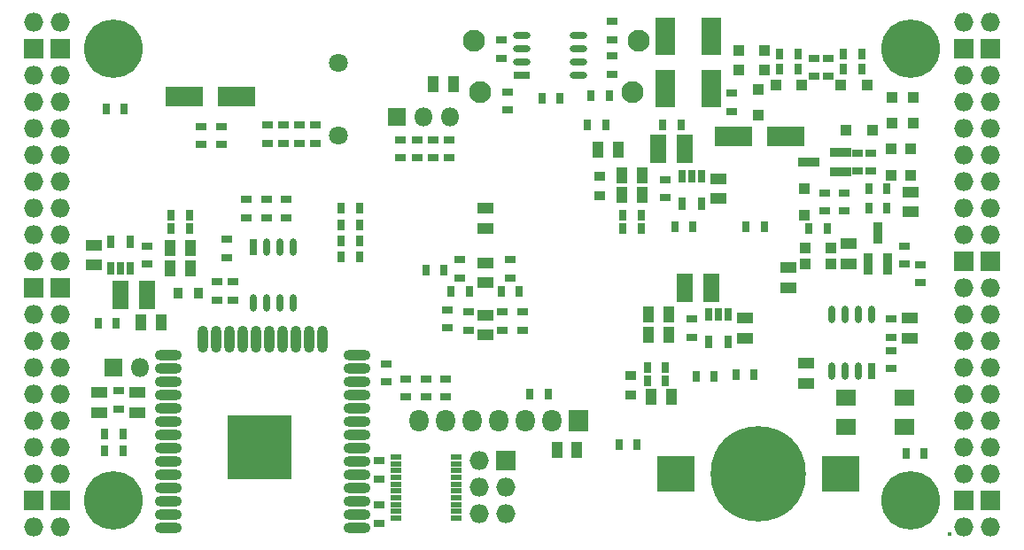
<source format=gbs>
G04 #@! TF.GenerationSoftware,KiCad,Pcbnew,5.0.0-rc2-dev-unknown+dfsg1+20180318-2*
G04 #@! TF.CreationDate,2018-06-03T18:47:03+02:00*
G04 #@! TF.ProjectId,ulx3s,756C7833732E6B696361645F70636200,rev?*
G04 #@! TF.SameCoordinates,Original*
G04 #@! TF.FileFunction,Soldermask,Bot*
G04 #@! TF.FilePolarity,Negative*
%FSLAX46Y46*%
G04 Gerber Fmt 4.6, Leading zero omitted, Abs format (unit mm)*
G04 Created by KiCad (PCBNEW 5.0.0-rc2-dev-unknown+dfsg1+20180318-2) date Sun Jun  3 18:47:03 2018*
%MOMM*%
%LPD*%
G01*
G04 APERTURE LIST*
%ADD10O,1.827200X1.827200*%
%ADD11R,1.827200X1.827200*%
%ADD12R,0.800000X1.300000*%
%ADD13C,5.600000*%
%ADD14R,1.100000X0.500000*%
%ADD15R,1.827200X2.132000*%
%ADD16O,1.827200X2.132000*%
%ADD17R,3.600000X3.400000*%
%ADD18C,9.100000*%
%ADD19C,1.800000*%
%ADD20R,0.700000X1.650000*%
%ADD21O,0.700000X1.650000*%
%ADD22O,2.600000X1.000000*%
%ADD23O,1.000000X2.600000*%
%ADD24R,6.100000X6.100000*%
%ADD25R,1.900000X1.500000*%
%ADD26R,1.070000X1.600000*%
%ADD27R,1.600000X1.070000*%
%ADD28R,0.770000X1.100000*%
%ADD29R,1.100000X0.770000*%
%ADD30C,2.100000*%
%ADD31R,1.100000X1.100000*%
%ADD32R,0.900000X2.000000*%
%ADD33R,2.000000X0.900000*%
%ADD34R,3.600000X1.900000*%
%ADD35R,1.900000X3.600000*%
%ADD36C,0.400000*%
%ADD37R,1.100000X0.945000*%
%ADD38R,0.945000X1.100000*%
%ADD39R,1.800000X1.800000*%
%ADD40O,1.800000X1.800000*%
%ADD41R,1.650000X0.700000*%
%ADD42O,1.650000X0.700000*%
%ADD43R,1.600000X2.800000*%
G04 APERTURE END LIST*
D10*
X97910000Y-62690000D03*
X95370000Y-62690000D03*
D11*
X97910000Y-65230000D03*
X95370000Y-65230000D03*
D10*
X97910000Y-67770000D03*
X95370000Y-67770000D03*
X97910000Y-70310000D03*
X95370000Y-70310000D03*
X97910000Y-72850000D03*
X95370000Y-72850000D03*
X97910000Y-75390000D03*
X95370000Y-75390000D03*
X97910000Y-77930000D03*
X95370000Y-77930000D03*
X97910000Y-80470000D03*
X95370000Y-80470000D03*
X97910000Y-83010000D03*
X95370000Y-83010000D03*
X97910000Y-85550000D03*
X95370000Y-85550000D03*
D11*
X97910000Y-88090000D03*
X95370000Y-88090000D03*
D10*
X97910000Y-90630000D03*
X95370000Y-90630000D03*
X97910000Y-93170000D03*
X95370000Y-93170000D03*
X97910000Y-95710000D03*
X95370000Y-95710000D03*
X97910000Y-98250000D03*
X95370000Y-98250000D03*
X97910000Y-100790000D03*
X95370000Y-100790000D03*
X97910000Y-103330000D03*
X95370000Y-103330000D03*
X97910000Y-105870000D03*
X95370000Y-105870000D03*
D11*
X97910000Y-108410000D03*
X95370000Y-108410000D03*
D10*
X97910000Y-110950000D03*
X95370000Y-110950000D03*
D12*
X159825000Y-90600000D03*
X160775000Y-90600000D03*
X161725000Y-90600000D03*
X161725000Y-93200000D03*
X159825000Y-93200000D03*
X104575000Y-86215000D03*
X103625000Y-86215000D03*
X102675000Y-86215000D03*
X102675000Y-83615000D03*
X104575000Y-83615000D03*
X157285000Y-77392000D03*
X158235000Y-77392000D03*
X159185000Y-77392000D03*
X159185000Y-79992000D03*
X157285000Y-79992000D03*
D10*
X184270000Y-110950000D03*
X186810000Y-110950000D03*
D11*
X184270000Y-108410000D03*
X186810000Y-108410000D03*
D10*
X184270000Y-105870000D03*
X186810000Y-105870000D03*
X184270000Y-103330000D03*
X186810000Y-103330000D03*
X184270000Y-100790000D03*
X186810000Y-100790000D03*
X184270000Y-98250000D03*
X186810000Y-98250000D03*
X184270000Y-95710000D03*
X186810000Y-95710000D03*
X184270000Y-93170000D03*
X186810000Y-93170000D03*
X184270000Y-90630000D03*
X186810000Y-90630000D03*
X184270000Y-88090000D03*
X186810000Y-88090000D03*
D11*
X184270000Y-85550000D03*
X186810000Y-85550000D03*
D10*
X184270000Y-83010000D03*
X186810000Y-83010000D03*
X184270000Y-80470000D03*
X186810000Y-80470000D03*
X184270000Y-77930000D03*
X186810000Y-77930000D03*
X184270000Y-75390000D03*
X186810000Y-75390000D03*
X184270000Y-72850000D03*
X186810000Y-72850000D03*
X184270000Y-70310000D03*
X186810000Y-70310000D03*
X184270000Y-67770000D03*
X186810000Y-67770000D03*
D11*
X184270000Y-65230000D03*
X186810000Y-65230000D03*
D10*
X184270000Y-62690000D03*
X186810000Y-62690000D03*
D13*
X102990000Y-108410000D03*
X179190000Y-108410000D03*
X179190000Y-65230000D03*
X102990000Y-65230000D03*
D14*
X135735000Y-104215000D03*
X135735000Y-104865000D03*
X135735000Y-105515000D03*
X135735000Y-106165000D03*
X135735000Y-106815000D03*
X135735000Y-107465000D03*
X135735000Y-108115000D03*
X135735000Y-108765000D03*
X135735000Y-109415000D03*
X135735000Y-110065000D03*
X129935000Y-110065000D03*
X129935000Y-109415000D03*
X129935000Y-108765000D03*
X129935000Y-108115000D03*
X129935000Y-107465000D03*
X129935000Y-106815000D03*
X129935000Y-106165000D03*
X129935000Y-105515000D03*
X129935000Y-104865000D03*
X129935000Y-104215000D03*
D11*
X140455000Y-104600000D03*
D10*
X137915000Y-104600000D03*
X140455000Y-107140000D03*
X137915000Y-107140000D03*
X140455000Y-109680000D03*
X137915000Y-109680000D03*
D15*
X147440000Y-100790000D03*
D16*
X144900000Y-100790000D03*
X142360000Y-100790000D03*
X139820000Y-100790000D03*
X137280000Y-100790000D03*
X134740000Y-100790000D03*
X132200000Y-100790000D03*
D17*
X172485000Y-105870000D03*
X156685000Y-105870000D03*
D18*
X164585000Y-105870000D03*
D19*
X124468000Y-66518000D03*
X124468000Y-73518000D03*
D20*
X175395000Y-96015000D03*
D21*
X174125000Y-96015000D03*
X172855000Y-96015000D03*
X171585000Y-96015000D03*
X171585000Y-90615000D03*
X172855000Y-90615000D03*
X174125000Y-90615000D03*
X175395000Y-90615000D03*
D20*
X116325000Y-84120000D03*
D21*
X117595000Y-84120000D03*
X118865000Y-84120000D03*
X120135000Y-84120000D03*
X120135000Y-89520000D03*
X118865000Y-89520000D03*
X117595000Y-89520000D03*
X116325000Y-89520000D03*
D22*
X126230000Y-111000000D03*
X126230000Y-109730000D03*
X126230000Y-108460000D03*
X126230000Y-107190000D03*
X126230000Y-105920000D03*
X126230000Y-104650000D03*
X126230000Y-103380000D03*
X126230000Y-102110000D03*
X126230000Y-100840000D03*
X126230000Y-99570000D03*
X126230000Y-98300000D03*
X126230000Y-97030000D03*
X126230000Y-95760000D03*
X126230000Y-94490000D03*
D23*
X122945000Y-93000000D03*
X121675000Y-93000000D03*
X120405000Y-93000000D03*
X119135000Y-93000000D03*
X117865000Y-93000000D03*
X116595000Y-93000000D03*
X115325000Y-93000000D03*
X114055000Y-93000000D03*
X112785000Y-93000000D03*
X111515000Y-93000000D03*
D22*
X108230000Y-94490000D03*
X108230000Y-95760000D03*
X108230000Y-97030000D03*
X108230000Y-98300000D03*
X108230000Y-99570000D03*
X108230000Y-100840000D03*
X108230000Y-102110000D03*
X108230000Y-103380000D03*
X108230000Y-104650000D03*
X108230000Y-105920000D03*
X108230000Y-107190000D03*
X108230000Y-108460000D03*
X108230000Y-109730000D03*
X108230000Y-111000000D03*
D24*
X116930000Y-103300000D03*
D25*
X178576000Y-98522000D03*
X172976000Y-98522000D03*
X172976000Y-101322000D03*
X178576000Y-101322000D03*
D26*
X133546000Y-68550000D03*
X135456000Y-68550000D03*
D27*
X101085000Y-83960000D03*
X101085000Y-85870000D03*
D28*
X153985000Y-96910000D03*
X155735000Y-96910000D03*
D26*
X156015000Y-90630000D03*
X154105000Y-90630000D03*
X154105000Y-92535000D03*
X156015000Y-92535000D03*
D27*
X163315000Y-90945000D03*
X163315000Y-92855000D03*
D28*
X151645000Y-82375000D03*
X153395000Y-82375000D03*
D26*
X153475000Y-79200000D03*
X151565000Y-79200000D03*
X153475000Y-77295000D03*
X151565000Y-77295000D03*
D27*
X160775000Y-79520000D03*
X160775000Y-77610000D03*
D28*
X108465000Y-81105000D03*
X110215000Y-81105000D03*
D26*
X108385000Y-84280000D03*
X110295000Y-84280000D03*
X110295000Y-86185000D03*
X108385000Y-86185000D03*
D27*
X173221000Y-83833000D03*
X173221000Y-85743000D03*
D29*
X175380000Y-76900000D03*
X175380000Y-75150000D03*
D27*
X105276000Y-99967000D03*
X105276000Y-98057000D03*
X167506000Y-88029000D03*
X167506000Y-86119000D03*
X138500000Y-90665000D03*
X138500000Y-92575000D03*
D29*
X150589600Y-64359000D03*
X150589600Y-62609000D03*
D27*
X138500000Y-82375000D03*
X138500000Y-80465000D03*
X138500000Y-87575000D03*
X138500000Y-85665000D03*
X101593000Y-99967000D03*
X101593000Y-98057000D03*
D26*
X154359000Y-98504000D03*
X156269000Y-98504000D03*
X105591000Y-91392000D03*
X107501000Y-91392000D03*
X151189000Y-74882000D03*
X149279000Y-74882000D03*
D29*
X140900000Y-87095000D03*
X140900000Y-85345000D03*
X136100000Y-87095000D03*
X136100000Y-85345000D03*
X136900000Y-92095000D03*
X136900000Y-90345000D03*
X140100000Y-90345000D03*
X140100000Y-92095000D03*
X142100000Y-92095000D03*
X142100000Y-90345000D03*
X134900000Y-90145000D03*
X134900000Y-91895000D03*
D28*
X135225000Y-88420000D03*
X136975000Y-88420000D03*
X140025000Y-88420000D03*
X141775000Y-88420000D03*
X163425000Y-82220000D03*
X165175000Y-82220000D03*
X158375000Y-82220000D03*
X156625000Y-82220000D03*
D29*
X177300000Y-94025000D03*
X177300000Y-95775000D03*
D26*
X145342000Y-103584000D03*
X147252000Y-103584000D03*
D28*
X103995000Y-70963000D03*
X102245000Y-70963000D03*
X103245000Y-91410000D03*
X101495000Y-91410000D03*
D29*
X180094000Y-87586000D03*
X180094000Y-85836000D03*
D28*
X180473000Y-103856000D03*
X178723000Y-103856000D03*
X158645000Y-96490000D03*
X160395000Y-96490000D03*
X132827200Y-86330000D03*
X134577200Y-86330000D03*
D27*
X169172000Y-95281000D03*
X169172000Y-97191000D03*
X179190000Y-80790000D03*
X179190000Y-78880000D03*
D30*
X152546000Y-69312000D03*
X138046000Y-69312000D03*
X153146000Y-64412000D03*
X137446000Y-64412000D03*
D31*
X169050000Y-84280000D03*
X171550000Y-84280000D03*
X169030000Y-78585000D03*
X169030000Y-81085000D03*
X171550000Y-85804000D03*
X169050000Y-85804000D03*
X179190000Y-74775000D03*
X179190000Y-77275000D03*
X177285000Y-77275000D03*
X177285000Y-74775000D03*
X172987000Y-72977000D03*
X175487000Y-72977000D03*
X164585000Y-69060000D03*
X164585000Y-71560000D03*
X168756000Y-68659000D03*
X166256000Y-68659000D03*
X174979000Y-68659000D03*
X172479000Y-68659000D03*
X165200000Y-67262000D03*
X162700000Y-67262000D03*
X162700000Y-65357000D03*
X165200000Y-65357000D03*
X177412000Y-72322000D03*
X177412000Y-69822000D03*
X179444000Y-69822000D03*
X179444000Y-72322000D03*
D32*
X176015000Y-82780000D03*
X175065000Y-85780000D03*
X176965000Y-85780000D03*
D33*
X172435000Y-75075000D03*
X172435000Y-76975000D03*
X169435000Y-76025000D03*
D34*
X114761000Y-69802000D03*
X109761000Y-69802000D03*
X167212000Y-73612000D03*
X162212000Y-73612000D03*
D35*
X155695000Y-69000000D03*
X155695000Y-64000000D03*
X160140000Y-69000000D03*
X160140000Y-64000000D03*
D36*
X182888000Y-111603000D03*
D29*
X113277000Y-74360000D03*
X113277000Y-72610000D03*
X111372000Y-72610000D03*
X111372000Y-74360000D03*
D28*
X155455000Y-72487000D03*
X157205000Y-72487000D03*
D29*
X171316000Y-66090000D03*
X171316000Y-67840000D03*
X169919000Y-67840000D03*
X169919000Y-66090000D03*
D28*
X174477000Y-65738000D03*
X172727000Y-65738000D03*
D29*
X128390000Y-106321000D03*
X128390000Y-104571000D03*
X117722000Y-72483000D03*
X117722000Y-74233000D03*
X119246000Y-74233000D03*
X119246000Y-72483000D03*
X120770000Y-72483000D03*
X120770000Y-74233000D03*
X122294000Y-74233000D03*
X122294000Y-72483000D03*
D28*
X145655000Y-69900000D03*
X143905000Y-69900000D03*
D37*
X152393000Y-96398500D03*
X152393000Y-98323500D03*
D38*
X111064500Y-88598000D03*
X109139500Y-88598000D03*
D37*
X149472000Y-77348500D03*
X149472000Y-79273500D03*
D39*
X102990000Y-95710000D03*
D40*
X105530000Y-95710000D03*
D39*
X130056000Y-71725000D03*
D40*
X132596000Y-71725000D03*
X135136000Y-71725000D03*
D28*
X166631000Y-65738000D03*
X168381000Y-65738000D03*
D29*
X134740000Y-96740000D03*
X134740000Y-98490000D03*
D41*
X141980000Y-67706500D03*
D42*
X141980000Y-66436500D03*
X141980000Y-65166500D03*
X141980000Y-63896500D03*
X147380000Y-63896500D03*
X147380000Y-65166500D03*
X147380000Y-66436500D03*
X147380000Y-67706500D03*
D27*
X179078000Y-90963000D03*
X179078000Y-92873000D03*
D29*
X177300000Y-92793000D03*
X177300000Y-91043000D03*
D43*
X160140000Y-88090000D03*
X157600000Y-88090000D03*
X103625000Y-88725000D03*
X106165000Y-88725000D03*
X155060000Y-74755000D03*
X157600000Y-74755000D03*
D28*
X171175000Y-82375000D03*
X169425000Y-82375000D03*
D29*
X172840000Y-78960000D03*
X172840000Y-80710000D03*
X162045000Y-71185000D03*
X162045000Y-69435000D03*
D28*
X176890000Y-80470000D03*
X175140000Y-80470000D03*
D29*
X174110000Y-75150000D03*
X174110000Y-76900000D03*
X178555000Y-85790000D03*
X178555000Y-84040000D03*
X113785000Y-85155000D03*
X113785000Y-83405000D03*
X170935000Y-80710000D03*
X170935000Y-78960000D03*
X128390000Y-110555000D03*
X128390000Y-108805000D03*
D28*
X151264000Y-103076000D03*
X153014000Y-103076000D03*
D29*
X119500000Y-81345000D03*
X119500000Y-79595000D03*
X114420000Y-89219000D03*
X114420000Y-87469000D03*
D28*
X175140000Y-78565000D03*
X176890000Y-78565000D03*
X124721000Y-85060000D03*
X126471000Y-85060000D03*
X126471000Y-83536000D03*
X124721000Y-83536000D03*
X124721000Y-82012000D03*
X126471000Y-82012000D03*
X126471000Y-80470000D03*
X124721000Y-80470000D03*
D29*
X130422000Y-73898000D03*
X130422000Y-75648000D03*
X131961000Y-73898000D03*
X131961000Y-75648000D03*
X133485000Y-73898000D03*
X133485000Y-75648000D03*
X135009000Y-75648000D03*
X135009000Y-73898000D03*
X140025500Y-66105000D03*
X140025500Y-64355000D03*
X140597000Y-71076000D03*
X140597000Y-69326000D03*
X150615000Y-67647000D03*
X150615000Y-65897000D03*
D28*
X148300000Y-72487000D03*
X150050000Y-72487000D03*
X150362000Y-69693000D03*
X148612000Y-69693000D03*
D29*
X129025000Y-95300000D03*
X129025000Y-97050000D03*
X117595000Y-79595000D03*
X117595000Y-81345000D03*
X112896000Y-89219000D03*
X112896000Y-87469000D03*
X115690000Y-79595000D03*
X115690000Y-81345000D03*
D28*
X142755000Y-98250000D03*
X144505000Y-98250000D03*
D29*
X132835000Y-98490000D03*
X132835000Y-96740000D03*
X130930000Y-96740000D03*
X130930000Y-98490000D03*
D28*
X102115000Y-103600000D03*
X103865000Y-103600000D03*
X102115000Y-102060000D03*
X103865000Y-102060000D03*
D29*
X103498000Y-99633000D03*
X103498000Y-97883000D03*
D28*
X164190000Y-96345000D03*
X162440000Y-96345000D03*
X168381000Y-67135000D03*
X166631000Y-67135000D03*
X174475000Y-67120000D03*
X172725000Y-67120000D03*
X153985000Y-95640000D03*
X155735000Y-95640000D03*
X110215000Y-82375000D03*
X108465000Y-82375000D03*
X151645000Y-81105000D03*
X153395000Y-81105000D03*
D29*
X158235000Y-92775000D03*
X158235000Y-91025000D03*
X106165000Y-85790000D03*
X106165000Y-84040000D03*
X155695000Y-79440000D03*
X155695000Y-77690000D03*
M02*

</source>
